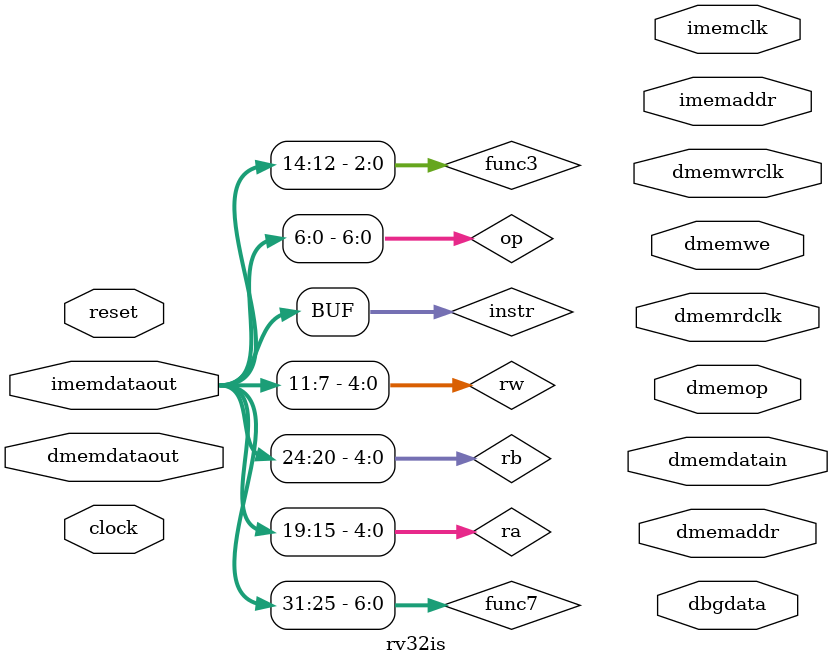
<source format=v>
module rv32is(
	input 			clock,
	input 			reset,
	output 	[31:0] 	imemaddr,
	input  	[31:0] 	imemdataout,
	output 			imemclk,
	output 	[31:0] 	dmemaddr,
	input  	[31:0] 	dmemdataout,
	output 	[31:0] 	dmemdatain,
	output 			dmemrdclk,
	output			dmemwrclk,
	output 	[2:0]	dmemop,
	output			dmemwe,
	output 	[31:0] 	dbgdata
);

reg 	[31:0] 	pc, pcA, pcB, nxtpc;

wire 	[31:0] 	instr;
wire 	[6:0] 	op;
wire 	[2:0] 	func3;
wire 	[6:0] 	func7;

wire 	[4:0] 	ra, rb, rw;
wire 	[31:0] 	busW, busA, busB;

wire 	[2:0] 	extop;
wire 			regwr;
wire 			ALUAsrc;
wire 	[1:0] 	ALUBsrc;
wire 	[3:0] 	ALUctr;
wire 	[2:0] 	branch;
wire 			mem2reg;
wire 			memwr;
wire 	[2:0] 	memop;
wire 			pcAsrc, pcBsrc;

wire 	[31:0] 	imm;
wire 	[31:0] 	alua, alub, aluresult;
wire 			less, zero;

assign instr = imemdataout;
assign op = instr[6:0];
assign func3 = instr[14:12];
assign func7 = instr[31:25];
assign ra = instr[19:15];
assign rb = instr[24:20];
assign rw = instr[11:7];

ContrGen contrgen(
	
);

endmodule // rv32is
</source>
